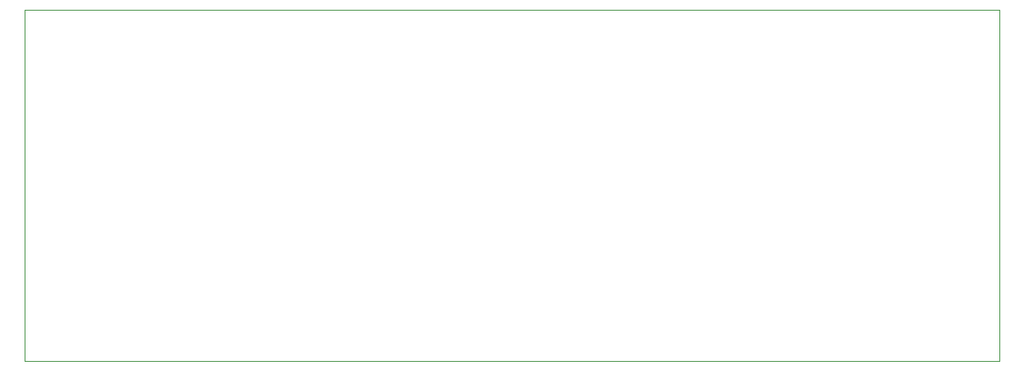
<source format=gbr>
%TF.GenerationSoftware,KiCad,Pcbnew,(5.1.9-0-10_14)*%
%TF.CreationDate,2021-05-20T01:37:57-04:00*%
%TF.ProjectId,REGISTER,52454749-5354-4455-922e-6b696361645f,rev?*%
%TF.SameCoordinates,Original*%
%TF.FileFunction,Profile,NP*%
%FSLAX46Y46*%
G04 Gerber Fmt 4.6, Leading zero omitted, Abs format (unit mm)*
G04 Created by KiCad (PCBNEW (5.1.9-0-10_14)) date 2021-05-20 01:37:57*
%MOMM*%
%LPD*%
G01*
G04 APERTURE LIST*
%TA.AperFunction,Profile*%
%ADD10C,0.100000*%
%TD*%
G04 APERTURE END LIST*
D10*
X161036000Y-102108000D02*
X163322000Y-102108000D01*
X161036000Y-65786000D02*
X163322000Y-65786000D01*
X161036000Y-65786000D02*
X66294000Y-65786000D01*
X163322000Y-102108000D02*
X163322000Y-65786000D01*
X62738000Y-102108000D02*
X161036000Y-102108000D01*
X62738000Y-65786000D02*
X62738000Y-102108000D01*
X66294000Y-65786000D02*
X62738000Y-65786000D01*
M02*

</source>
